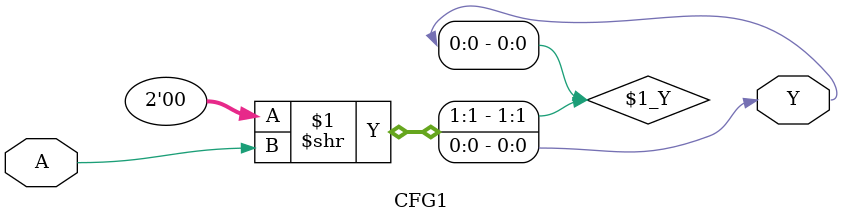
<source format=v>
module CFG1 (
	output Y,
	input A
);
	parameter [1:0] INIT = 2'h0;
	assign Y = INIT >> A;
endmodule
</source>
